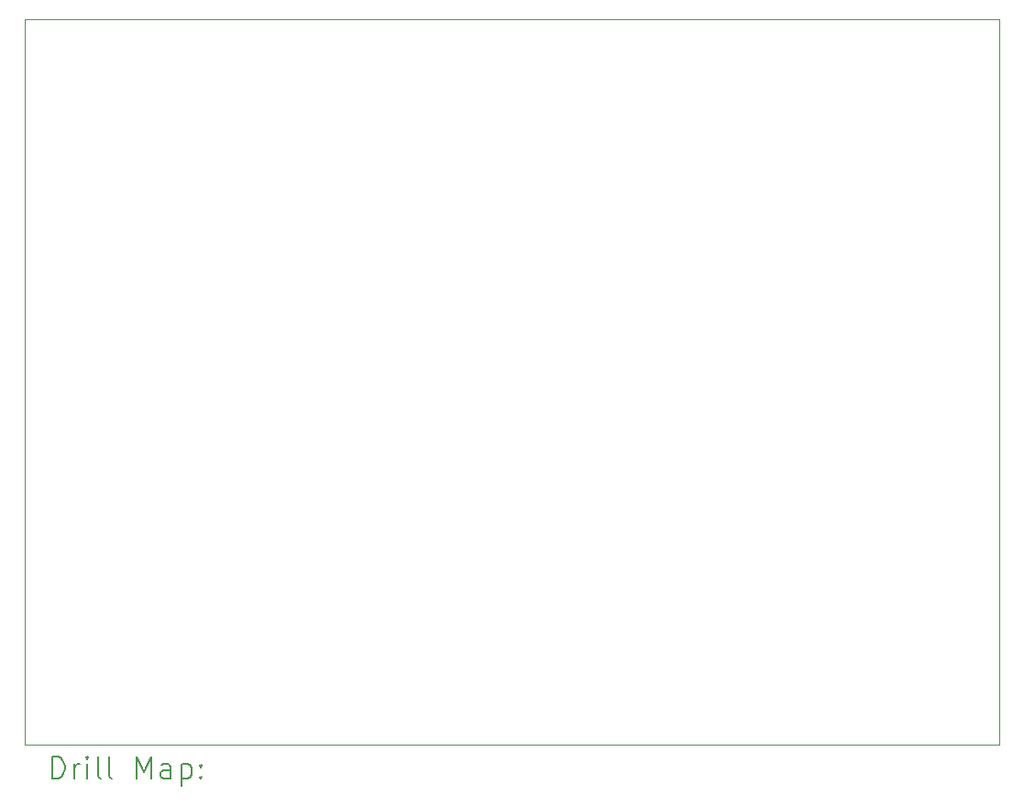
<source format=gbr>
%TF.GenerationSoftware,KiCad,Pcbnew,(6.0.7)*%
%TF.CreationDate,2022-12-08T20:23:21-08:00*%
%TF.ProjectId,TR interface,54522069-6e74-4657-9266-6163652e6b69,rev?*%
%TF.SameCoordinates,Original*%
%TF.FileFunction,Drillmap*%
%TF.FilePolarity,Positive*%
%FSLAX45Y45*%
G04 Gerber Fmt 4.5, Leading zero omitted, Abs format (unit mm)*
G04 Created by KiCad (PCBNEW (6.0.7)) date 2022-12-08 20:23:21*
%MOMM*%
%LPD*%
G01*
G04 APERTURE LIST*
%ADD10C,0.100000*%
%ADD11C,0.200000*%
G04 APERTURE END LIST*
D10*
X3280000Y-2130000D02*
X12280000Y-2130000D01*
X12280000Y-2130000D02*
X12280000Y-8830000D01*
X12280000Y-8830000D02*
X3280000Y-8830000D01*
X3280000Y-8830000D02*
X3280000Y-2130000D01*
D11*
X3532619Y-9145476D02*
X3532619Y-8945476D01*
X3580238Y-8945476D01*
X3608809Y-8955000D01*
X3627857Y-8974048D01*
X3637381Y-8993095D01*
X3646905Y-9031190D01*
X3646905Y-9059762D01*
X3637381Y-9097857D01*
X3627857Y-9116905D01*
X3608809Y-9135952D01*
X3580238Y-9145476D01*
X3532619Y-9145476D01*
X3732619Y-9145476D02*
X3732619Y-9012143D01*
X3732619Y-9050238D02*
X3742143Y-9031190D01*
X3751667Y-9021667D01*
X3770714Y-9012143D01*
X3789762Y-9012143D01*
X3856428Y-9145476D02*
X3856428Y-9012143D01*
X3856428Y-8945476D02*
X3846905Y-8955000D01*
X3856428Y-8964524D01*
X3865952Y-8955000D01*
X3856428Y-8945476D01*
X3856428Y-8964524D01*
X3980238Y-9145476D02*
X3961190Y-9135952D01*
X3951667Y-9116905D01*
X3951667Y-8945476D01*
X4085000Y-9145476D02*
X4065952Y-9135952D01*
X4056428Y-9116905D01*
X4056428Y-8945476D01*
X4313571Y-9145476D02*
X4313571Y-8945476D01*
X4380238Y-9088333D01*
X4446905Y-8945476D01*
X4446905Y-9145476D01*
X4627857Y-9145476D02*
X4627857Y-9040714D01*
X4618333Y-9021667D01*
X4599286Y-9012143D01*
X4561190Y-9012143D01*
X4542143Y-9021667D01*
X4627857Y-9135952D02*
X4608810Y-9145476D01*
X4561190Y-9145476D01*
X4542143Y-9135952D01*
X4532619Y-9116905D01*
X4532619Y-9097857D01*
X4542143Y-9078810D01*
X4561190Y-9069286D01*
X4608810Y-9069286D01*
X4627857Y-9059762D01*
X4723095Y-9012143D02*
X4723095Y-9212143D01*
X4723095Y-9021667D02*
X4742143Y-9012143D01*
X4780238Y-9012143D01*
X4799286Y-9021667D01*
X4808810Y-9031190D01*
X4818333Y-9050238D01*
X4818333Y-9107381D01*
X4808810Y-9126429D01*
X4799286Y-9135952D01*
X4780238Y-9145476D01*
X4742143Y-9145476D01*
X4723095Y-9135952D01*
X4904048Y-9126429D02*
X4913571Y-9135952D01*
X4904048Y-9145476D01*
X4894524Y-9135952D01*
X4904048Y-9126429D01*
X4904048Y-9145476D01*
X4904048Y-9021667D02*
X4913571Y-9031190D01*
X4904048Y-9040714D01*
X4894524Y-9031190D01*
X4904048Y-9021667D01*
X4904048Y-9040714D01*
M02*

</source>
